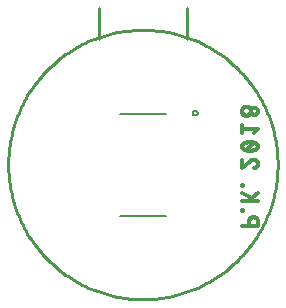
<source format=gbo>
G04 EAGLE Gerber RS-274X export*
G75*
%MOMM*%
%FSLAX34Y34*%
%LPD*%
%INBottom Silkscreen*%
%IPPOS*%
%AMOC8*
5,1,8,0,0,1.08239X$1,22.5*%
G01*
%ADD10C,0.330200*%
%ADD11C,0.250000*%
%ADD12C,0.150000*%
%ADD13C,0.127000*%


D10*
X236347Y88083D02*
X249809Y88083D01*
X249809Y91823D01*
X249807Y91944D01*
X249801Y92065D01*
X249791Y92186D01*
X249778Y92306D01*
X249760Y92426D01*
X249739Y92545D01*
X249713Y92663D01*
X249684Y92781D01*
X249651Y92898D01*
X249615Y93013D01*
X249574Y93127D01*
X249530Y93240D01*
X249482Y93351D01*
X249431Y93461D01*
X249376Y93569D01*
X249318Y93675D01*
X249256Y93779D01*
X249191Y93881D01*
X249123Y93981D01*
X249052Y94079D01*
X248977Y94174D01*
X248899Y94267D01*
X248819Y94358D01*
X248735Y94445D01*
X248649Y94530D01*
X248560Y94612D01*
X248468Y94692D01*
X248374Y94768D01*
X248278Y94841D01*
X248179Y94911D01*
X248078Y94977D01*
X247974Y95041D01*
X247869Y95101D01*
X247762Y95157D01*
X247653Y95210D01*
X247543Y95260D01*
X247431Y95306D01*
X247317Y95348D01*
X247202Y95386D01*
X247086Y95421D01*
X246969Y95452D01*
X246851Y95479D01*
X246733Y95503D01*
X246613Y95522D01*
X246493Y95538D01*
X246372Y95550D01*
X246252Y95558D01*
X246131Y95562D01*
X246009Y95562D01*
X245888Y95558D01*
X245768Y95550D01*
X245647Y95538D01*
X245527Y95522D01*
X245407Y95503D01*
X245289Y95479D01*
X245171Y95452D01*
X245054Y95421D01*
X244938Y95386D01*
X244823Y95348D01*
X244709Y95306D01*
X244597Y95260D01*
X244487Y95210D01*
X244378Y95157D01*
X244271Y95101D01*
X244166Y95041D01*
X244062Y94977D01*
X243961Y94911D01*
X243862Y94841D01*
X243766Y94768D01*
X243672Y94692D01*
X243580Y94612D01*
X243491Y94530D01*
X243405Y94445D01*
X243321Y94358D01*
X243241Y94267D01*
X243163Y94174D01*
X243088Y94079D01*
X243017Y93981D01*
X242949Y93881D01*
X242884Y93779D01*
X242822Y93675D01*
X242764Y93569D01*
X242709Y93461D01*
X242658Y93351D01*
X242610Y93240D01*
X242566Y93127D01*
X242525Y93013D01*
X242489Y92898D01*
X242456Y92781D01*
X242427Y92663D01*
X242401Y92545D01*
X242380Y92426D01*
X242362Y92306D01*
X242349Y92186D01*
X242339Y92065D01*
X242333Y91944D01*
X242331Y91823D01*
X242330Y91823D02*
X242330Y88083D01*
X237095Y100992D02*
X236347Y100992D01*
X237095Y100992D02*
X237095Y101740D01*
X236347Y101740D01*
X236347Y100992D01*
X236347Y108895D02*
X249809Y108895D01*
X249809Y116374D02*
X241582Y108895D01*
X244574Y111887D02*
X236347Y116374D01*
X236347Y121804D02*
X237095Y121804D01*
X237095Y122552D01*
X236347Y122552D01*
X236347Y121804D01*
X249810Y140886D02*
X249808Y141001D01*
X249802Y141116D01*
X249792Y141230D01*
X249779Y141344D01*
X249761Y141458D01*
X249740Y141571D01*
X249714Y141683D01*
X249685Y141794D01*
X249652Y141904D01*
X249616Y142013D01*
X249575Y142121D01*
X249531Y142227D01*
X249484Y142332D01*
X249433Y142435D01*
X249378Y142536D01*
X249320Y142635D01*
X249259Y142732D01*
X249194Y142827D01*
X249126Y142920D01*
X249055Y143010D01*
X248981Y143098D01*
X248904Y143183D01*
X248824Y143266D01*
X248741Y143346D01*
X248656Y143423D01*
X248568Y143497D01*
X248478Y143568D01*
X248385Y143636D01*
X248290Y143701D01*
X248193Y143762D01*
X248094Y143820D01*
X247993Y143875D01*
X247890Y143926D01*
X247785Y143973D01*
X247679Y144017D01*
X247571Y144058D01*
X247462Y144094D01*
X247352Y144127D01*
X247241Y144156D01*
X247129Y144182D01*
X247016Y144203D01*
X246902Y144221D01*
X246788Y144234D01*
X246674Y144244D01*
X246559Y144250D01*
X246444Y144252D01*
X249809Y140886D02*
X249807Y140757D01*
X249801Y140627D01*
X249792Y140498D01*
X249778Y140369D01*
X249761Y140241D01*
X249739Y140113D01*
X249714Y139986D01*
X249686Y139860D01*
X249653Y139735D01*
X249617Y139611D01*
X249577Y139487D01*
X249533Y139366D01*
X249486Y139245D01*
X249435Y139126D01*
X249380Y139009D01*
X249322Y138893D01*
X249261Y138779D01*
X249196Y138667D01*
X249128Y138557D01*
X249057Y138449D01*
X248982Y138343D01*
X248904Y138239D01*
X248823Y138138D01*
X248740Y138039D01*
X248653Y137943D01*
X248564Y137850D01*
X248471Y137759D01*
X248376Y137671D01*
X248279Y137586D01*
X248179Y137504D01*
X248076Y137424D01*
X247971Y137348D01*
X247864Y137276D01*
X247755Y137206D01*
X247644Y137140D01*
X247531Y137077D01*
X247416Y137017D01*
X247299Y136961D01*
X247181Y136908D01*
X247061Y136859D01*
X246940Y136814D01*
X246817Y136772D01*
X243826Y143130D02*
X243908Y143214D01*
X243993Y143294D01*
X244080Y143372D01*
X244170Y143447D01*
X244263Y143520D01*
X244357Y143589D01*
X244454Y143655D01*
X244552Y143718D01*
X244653Y143777D01*
X244756Y143834D01*
X244860Y143887D01*
X244966Y143936D01*
X245074Y143982D01*
X245183Y144025D01*
X245293Y144064D01*
X245405Y144099D01*
X245518Y144131D01*
X245631Y144159D01*
X245746Y144184D01*
X245861Y144205D01*
X245977Y144222D01*
X246093Y144235D01*
X246210Y144244D01*
X246327Y144250D01*
X246444Y144252D01*
X243826Y143130D02*
X236347Y136773D01*
X236347Y144252D01*
X243078Y151638D02*
X243343Y151641D01*
X243607Y151651D01*
X243872Y151666D01*
X244136Y151689D01*
X244399Y151717D01*
X244662Y151752D01*
X244923Y151793D01*
X245184Y151840D01*
X245443Y151893D01*
X245701Y151953D01*
X245958Y152018D01*
X246213Y152090D01*
X246466Y152168D01*
X246717Y152252D01*
X246966Y152342D01*
X247213Y152438D01*
X247458Y152539D01*
X247700Y152647D01*
X247939Y152760D01*
X247939Y152761D02*
X248037Y152796D01*
X248133Y152835D01*
X248228Y152878D01*
X248321Y152925D01*
X248413Y152974D01*
X248502Y153028D01*
X248589Y153084D01*
X248674Y153144D01*
X248757Y153207D01*
X248838Y153273D01*
X248915Y153342D01*
X248991Y153414D01*
X249063Y153488D01*
X249133Y153566D01*
X249199Y153645D01*
X249263Y153728D01*
X249323Y153812D01*
X249381Y153899D01*
X249435Y153988D01*
X249485Y154079D01*
X249532Y154172D01*
X249576Y154266D01*
X249616Y154362D01*
X249652Y154460D01*
X249685Y154558D01*
X249714Y154658D01*
X249739Y154759D01*
X249760Y154861D01*
X249778Y154964D01*
X249791Y155067D01*
X249801Y155170D01*
X249807Y155274D01*
X249809Y155378D01*
X249807Y155482D01*
X249801Y155586D01*
X249791Y155689D01*
X249778Y155792D01*
X249760Y155895D01*
X249739Y155997D01*
X249714Y156098D01*
X249685Y156198D01*
X249652Y156296D01*
X249616Y156394D01*
X249576Y156490D01*
X249532Y156584D01*
X249485Y156677D01*
X249435Y156768D01*
X249381Y156857D01*
X249323Y156944D01*
X249263Y157028D01*
X249199Y157111D01*
X249133Y157191D01*
X249063Y157268D01*
X248991Y157342D01*
X248915Y157414D01*
X248838Y157483D01*
X248757Y157549D01*
X248674Y157612D01*
X248589Y157672D01*
X248502Y157728D01*
X248413Y157782D01*
X248321Y157832D01*
X248228Y157878D01*
X248133Y157921D01*
X248037Y157960D01*
X247939Y157995D01*
X247939Y157996D02*
X247700Y158109D01*
X247458Y158217D01*
X247213Y158318D01*
X246966Y158414D01*
X246717Y158504D01*
X246466Y158588D01*
X246213Y158666D01*
X245958Y158738D01*
X245701Y158803D01*
X245443Y158863D01*
X245184Y158916D01*
X244923Y158963D01*
X244662Y159004D01*
X244399Y159039D01*
X244136Y159067D01*
X243872Y159090D01*
X243608Y159105D01*
X243343Y159115D01*
X243078Y159118D01*
X243078Y151639D02*
X242813Y151642D01*
X242549Y151652D01*
X242284Y151667D01*
X242020Y151690D01*
X241757Y151718D01*
X241494Y151753D01*
X241233Y151794D01*
X240972Y151841D01*
X240713Y151894D01*
X240455Y151954D01*
X240198Y152019D01*
X239943Y152091D01*
X239690Y152169D01*
X239439Y152253D01*
X239190Y152343D01*
X238943Y152439D01*
X238698Y152540D01*
X238456Y152648D01*
X238217Y152761D01*
X238119Y152796D01*
X238023Y152835D01*
X237928Y152878D01*
X237835Y152925D01*
X237743Y152974D01*
X237654Y153028D01*
X237567Y153084D01*
X237482Y153144D01*
X237399Y153207D01*
X237318Y153273D01*
X237241Y153342D01*
X237165Y153414D01*
X237093Y153488D01*
X237023Y153566D01*
X236957Y153645D01*
X236893Y153728D01*
X236833Y153812D01*
X236775Y153899D01*
X236721Y153988D01*
X236671Y154079D01*
X236624Y154172D01*
X236580Y154266D01*
X236540Y154362D01*
X236504Y154460D01*
X236471Y154558D01*
X236442Y154658D01*
X236417Y154759D01*
X236396Y154861D01*
X236378Y154964D01*
X236365Y155067D01*
X236355Y155170D01*
X236349Y155274D01*
X236347Y155378D01*
X238217Y157996D02*
X238456Y158109D01*
X238698Y158217D01*
X238943Y158318D01*
X239190Y158414D01*
X239439Y158504D01*
X239690Y158588D01*
X239943Y158666D01*
X240198Y158738D01*
X240455Y158803D01*
X240713Y158863D01*
X240972Y158916D01*
X241233Y158963D01*
X241494Y159004D01*
X241757Y159039D01*
X242020Y159067D01*
X242284Y159090D01*
X242548Y159105D01*
X242813Y159115D01*
X243078Y159118D01*
X238217Y157995D02*
X238119Y157960D01*
X238023Y157921D01*
X237928Y157878D01*
X237835Y157831D01*
X237743Y157782D01*
X237654Y157728D01*
X237567Y157672D01*
X237482Y157612D01*
X237399Y157549D01*
X237318Y157483D01*
X237241Y157414D01*
X237165Y157342D01*
X237093Y157268D01*
X237023Y157190D01*
X236957Y157111D01*
X236893Y157028D01*
X236833Y156944D01*
X236775Y156857D01*
X236721Y156768D01*
X236671Y156677D01*
X236624Y156584D01*
X236580Y156490D01*
X236540Y156394D01*
X236504Y156296D01*
X236471Y156198D01*
X236442Y156098D01*
X236417Y155997D01*
X236396Y155895D01*
X236378Y155792D01*
X236365Y155689D01*
X236355Y155586D01*
X236349Y155482D01*
X236347Y155378D01*
X239339Y152387D02*
X246817Y158370D01*
X246817Y166504D02*
X249809Y170244D01*
X236347Y170244D01*
X236347Y173983D02*
X236347Y166504D01*
X240086Y181371D02*
X240207Y181373D01*
X240328Y181379D01*
X240449Y181389D01*
X240569Y181402D01*
X240689Y181420D01*
X240808Y181441D01*
X240926Y181467D01*
X241044Y181496D01*
X241161Y181529D01*
X241276Y181565D01*
X241390Y181606D01*
X241503Y181650D01*
X241614Y181698D01*
X241724Y181749D01*
X241832Y181804D01*
X241938Y181862D01*
X242042Y181924D01*
X242144Y181989D01*
X242244Y182057D01*
X242342Y182128D01*
X242437Y182203D01*
X242530Y182281D01*
X242621Y182361D01*
X242708Y182445D01*
X242793Y182531D01*
X242875Y182620D01*
X242955Y182712D01*
X243031Y182806D01*
X243104Y182902D01*
X243174Y183001D01*
X243240Y183102D01*
X243304Y183206D01*
X243364Y183311D01*
X243420Y183418D01*
X243473Y183527D01*
X243523Y183637D01*
X243569Y183749D01*
X243611Y183863D01*
X243649Y183978D01*
X243684Y184094D01*
X243715Y184211D01*
X243742Y184329D01*
X243766Y184447D01*
X243785Y184567D01*
X243801Y184687D01*
X243813Y184808D01*
X243821Y184928D01*
X243825Y185049D01*
X243825Y185171D01*
X243821Y185292D01*
X243813Y185412D01*
X243801Y185533D01*
X243785Y185653D01*
X243766Y185773D01*
X243742Y185891D01*
X243715Y186009D01*
X243684Y186126D01*
X243649Y186242D01*
X243611Y186357D01*
X243569Y186471D01*
X243523Y186583D01*
X243473Y186693D01*
X243420Y186802D01*
X243364Y186909D01*
X243304Y187014D01*
X243240Y187118D01*
X243174Y187219D01*
X243104Y187318D01*
X243031Y187414D01*
X242955Y187508D01*
X242875Y187600D01*
X242793Y187689D01*
X242708Y187775D01*
X242621Y187859D01*
X242530Y187939D01*
X242437Y188017D01*
X242342Y188092D01*
X242244Y188163D01*
X242144Y188231D01*
X242042Y188296D01*
X241938Y188358D01*
X241832Y188416D01*
X241724Y188471D01*
X241614Y188522D01*
X241503Y188570D01*
X241390Y188614D01*
X241276Y188655D01*
X241161Y188691D01*
X241044Y188724D01*
X240926Y188753D01*
X240808Y188779D01*
X240689Y188800D01*
X240569Y188818D01*
X240449Y188831D01*
X240328Y188841D01*
X240207Y188847D01*
X240086Y188849D01*
X239965Y188847D01*
X239844Y188841D01*
X239723Y188831D01*
X239603Y188818D01*
X239483Y188800D01*
X239364Y188779D01*
X239246Y188753D01*
X239128Y188724D01*
X239011Y188691D01*
X238896Y188655D01*
X238782Y188614D01*
X238669Y188570D01*
X238558Y188522D01*
X238448Y188471D01*
X238340Y188416D01*
X238234Y188358D01*
X238130Y188296D01*
X238028Y188231D01*
X237928Y188163D01*
X237830Y188092D01*
X237735Y188017D01*
X237642Y187939D01*
X237551Y187859D01*
X237464Y187775D01*
X237379Y187689D01*
X237297Y187600D01*
X237217Y187508D01*
X237141Y187414D01*
X237068Y187318D01*
X236998Y187219D01*
X236932Y187118D01*
X236868Y187014D01*
X236808Y186909D01*
X236752Y186802D01*
X236699Y186693D01*
X236649Y186583D01*
X236603Y186471D01*
X236561Y186357D01*
X236523Y186242D01*
X236488Y186126D01*
X236457Y186009D01*
X236430Y185891D01*
X236406Y185773D01*
X236387Y185653D01*
X236371Y185533D01*
X236359Y185412D01*
X236351Y185292D01*
X236347Y185171D01*
X236347Y185049D01*
X236351Y184928D01*
X236359Y184808D01*
X236371Y184687D01*
X236387Y184567D01*
X236406Y184447D01*
X236430Y184329D01*
X236457Y184211D01*
X236488Y184094D01*
X236523Y183978D01*
X236561Y183863D01*
X236603Y183749D01*
X236649Y183637D01*
X236699Y183527D01*
X236752Y183418D01*
X236808Y183311D01*
X236868Y183206D01*
X236932Y183102D01*
X236998Y183001D01*
X237068Y182902D01*
X237141Y182806D01*
X237217Y182712D01*
X237297Y182620D01*
X237379Y182531D01*
X237464Y182445D01*
X237551Y182361D01*
X237642Y182281D01*
X237735Y182203D01*
X237830Y182128D01*
X237928Y182057D01*
X238028Y181989D01*
X238130Y181924D01*
X238234Y181862D01*
X238340Y181804D01*
X238448Y181749D01*
X238558Y181698D01*
X238669Y181650D01*
X238782Y181606D01*
X238896Y181565D01*
X239011Y181529D01*
X239128Y181496D01*
X239246Y181467D01*
X239364Y181441D01*
X239483Y181420D01*
X239603Y181402D01*
X239723Y181389D01*
X239844Y181379D01*
X239965Y181373D01*
X240086Y181371D01*
X246817Y182118D02*
X246925Y182120D01*
X247033Y182126D01*
X247140Y182136D01*
X247248Y182149D01*
X247354Y182167D01*
X247460Y182188D01*
X247565Y182213D01*
X247669Y182242D01*
X247772Y182275D01*
X247874Y182311D01*
X247974Y182351D01*
X248073Y182395D01*
X248171Y182442D01*
X248266Y182492D01*
X248360Y182546D01*
X248451Y182604D01*
X248541Y182664D01*
X248628Y182728D01*
X248712Y182795D01*
X248795Y182865D01*
X248875Y182938D01*
X248952Y183014D01*
X249026Y183092D01*
X249097Y183173D01*
X249166Y183257D01*
X249231Y183343D01*
X249293Y183431D01*
X249352Y183521D01*
X249408Y183614D01*
X249460Y183709D01*
X249509Y183805D01*
X249555Y183903D01*
X249596Y184003D01*
X249635Y184104D01*
X249669Y184206D01*
X249700Y184310D01*
X249727Y184414D01*
X249750Y184520D01*
X249770Y184626D01*
X249785Y184733D01*
X249797Y184840D01*
X249805Y184948D01*
X249809Y185056D01*
X249809Y185164D01*
X249805Y185272D01*
X249797Y185380D01*
X249785Y185487D01*
X249770Y185594D01*
X249750Y185700D01*
X249727Y185806D01*
X249700Y185910D01*
X249669Y186014D01*
X249635Y186116D01*
X249596Y186217D01*
X249555Y186317D01*
X249509Y186415D01*
X249460Y186511D01*
X249408Y186606D01*
X249352Y186699D01*
X249293Y186789D01*
X249231Y186877D01*
X249166Y186963D01*
X249097Y187047D01*
X249026Y187128D01*
X248952Y187206D01*
X248875Y187282D01*
X248795Y187355D01*
X248712Y187425D01*
X248628Y187492D01*
X248541Y187556D01*
X248451Y187616D01*
X248360Y187674D01*
X248266Y187728D01*
X248171Y187778D01*
X248073Y187825D01*
X247974Y187869D01*
X247874Y187909D01*
X247772Y187945D01*
X247669Y187978D01*
X247565Y188007D01*
X247460Y188032D01*
X247354Y188053D01*
X247248Y188071D01*
X247140Y188084D01*
X247033Y188094D01*
X246925Y188100D01*
X246817Y188102D01*
X246709Y188100D01*
X246601Y188094D01*
X246494Y188084D01*
X246386Y188071D01*
X246280Y188053D01*
X246174Y188032D01*
X246069Y188007D01*
X245965Y187978D01*
X245862Y187945D01*
X245760Y187909D01*
X245660Y187869D01*
X245561Y187825D01*
X245463Y187778D01*
X245368Y187728D01*
X245274Y187674D01*
X245183Y187616D01*
X245093Y187556D01*
X245006Y187492D01*
X244922Y187425D01*
X244839Y187355D01*
X244759Y187282D01*
X244682Y187206D01*
X244608Y187128D01*
X244537Y187047D01*
X244468Y186963D01*
X244403Y186877D01*
X244341Y186789D01*
X244282Y186699D01*
X244226Y186606D01*
X244174Y186511D01*
X244125Y186415D01*
X244079Y186317D01*
X244038Y186217D01*
X243999Y186116D01*
X243965Y186014D01*
X243934Y185910D01*
X243907Y185806D01*
X243884Y185700D01*
X243864Y185594D01*
X243849Y185487D01*
X243837Y185380D01*
X243829Y185272D01*
X243825Y185164D01*
X243825Y185056D01*
X243829Y184948D01*
X243837Y184840D01*
X243849Y184733D01*
X243864Y184626D01*
X243884Y184520D01*
X243907Y184414D01*
X243934Y184310D01*
X243965Y184206D01*
X243999Y184104D01*
X244038Y184003D01*
X244079Y183903D01*
X244125Y183805D01*
X244174Y183709D01*
X244226Y183614D01*
X244282Y183521D01*
X244341Y183431D01*
X244403Y183343D01*
X244468Y183257D01*
X244537Y183173D01*
X244608Y183092D01*
X244682Y183014D01*
X244759Y182938D01*
X244839Y182865D01*
X244922Y182795D01*
X245006Y182728D01*
X245093Y182664D01*
X245183Y182604D01*
X245274Y182546D01*
X245368Y182492D01*
X245463Y182442D01*
X245561Y182395D01*
X245660Y182351D01*
X245760Y182311D01*
X245862Y182275D01*
X245965Y182242D01*
X246069Y182213D01*
X246174Y182188D01*
X246280Y182167D01*
X246386Y182149D01*
X246494Y182136D01*
X246601Y182126D01*
X246709Y182120D01*
X246817Y182118D01*
D11*
X38400Y140100D02*
X38434Y142898D01*
X38537Y145694D01*
X38709Y148486D01*
X38949Y151274D01*
X39257Y154055D01*
X39634Y156827D01*
X40078Y159590D01*
X40590Y162340D01*
X41170Y165078D01*
X41816Y167800D01*
X42530Y170505D01*
X43309Y173192D01*
X44154Y175860D01*
X45064Y178505D01*
X46039Y181128D01*
X47078Y183726D01*
X48180Y186298D01*
X49345Y188841D01*
X50572Y191356D01*
X51861Y193839D01*
X53210Y196290D01*
X54619Y198708D01*
X56087Y201090D01*
X57612Y203435D01*
X59195Y205742D01*
X60834Y208010D01*
X62529Y210236D01*
X64277Y212421D01*
X66078Y214562D01*
X67932Y216658D01*
X69836Y218708D01*
X71790Y220710D01*
X73792Y222664D01*
X75842Y224568D01*
X77938Y226422D01*
X80079Y228223D01*
X82264Y229971D01*
X84490Y231666D01*
X86758Y233305D01*
X89065Y234888D01*
X91410Y236413D01*
X93792Y237881D01*
X96210Y239290D01*
X98661Y240639D01*
X101144Y241928D01*
X103659Y243155D01*
X106202Y244320D01*
X108774Y245422D01*
X111372Y246461D01*
X113995Y247436D01*
X116640Y248346D01*
X119308Y249191D01*
X121995Y249970D01*
X124700Y250684D01*
X127422Y251330D01*
X130160Y251910D01*
X132910Y252422D01*
X135673Y252866D01*
X138445Y253243D01*
X141226Y253551D01*
X144014Y253791D01*
X146806Y253963D01*
X149602Y254066D01*
X152400Y254100D01*
X155198Y254066D01*
X157994Y253963D01*
X160786Y253791D01*
X163574Y253551D01*
X166355Y253243D01*
X169127Y252866D01*
X171890Y252422D01*
X174640Y251910D01*
X177378Y251330D01*
X180100Y250684D01*
X182805Y249970D01*
X185492Y249191D01*
X188160Y248346D01*
X190805Y247436D01*
X193428Y246461D01*
X196026Y245422D01*
X198598Y244320D01*
X201141Y243155D01*
X203656Y241928D01*
X206139Y240639D01*
X208590Y239290D01*
X211008Y237881D01*
X213390Y236413D01*
X215735Y234888D01*
X218042Y233305D01*
X220310Y231666D01*
X222536Y229971D01*
X224721Y228223D01*
X226862Y226422D01*
X228958Y224568D01*
X231008Y222664D01*
X233010Y220710D01*
X234964Y218708D01*
X236868Y216658D01*
X238722Y214562D01*
X240523Y212421D01*
X242271Y210236D01*
X243966Y208010D01*
X245605Y205742D01*
X247188Y203435D01*
X248713Y201090D01*
X250181Y198708D01*
X251590Y196290D01*
X252939Y193839D01*
X254228Y191356D01*
X255455Y188841D01*
X256620Y186298D01*
X257722Y183726D01*
X258761Y181128D01*
X259736Y178505D01*
X260646Y175860D01*
X261491Y173192D01*
X262270Y170505D01*
X262984Y167800D01*
X263630Y165078D01*
X264210Y162340D01*
X264722Y159590D01*
X265166Y156827D01*
X265543Y154055D01*
X265851Y151274D01*
X266091Y148486D01*
X266263Y145694D01*
X266366Y142898D01*
X266400Y140100D01*
X266366Y137302D01*
X266263Y134506D01*
X266091Y131714D01*
X265851Y128926D01*
X265543Y126145D01*
X265166Y123373D01*
X264722Y120610D01*
X264210Y117860D01*
X263630Y115122D01*
X262984Y112400D01*
X262270Y109695D01*
X261491Y107008D01*
X260646Y104340D01*
X259736Y101695D01*
X258761Y99072D01*
X257722Y96474D01*
X256620Y93902D01*
X255455Y91359D01*
X254228Y88844D01*
X252939Y86361D01*
X251590Y83910D01*
X250181Y81492D01*
X248713Y79110D01*
X247188Y76765D01*
X245605Y74458D01*
X243966Y72190D01*
X242271Y69964D01*
X240523Y67779D01*
X238722Y65638D01*
X236868Y63542D01*
X234964Y61492D01*
X233010Y59490D01*
X231008Y57536D01*
X228958Y55632D01*
X226862Y53778D01*
X224721Y51977D01*
X222536Y50229D01*
X220310Y48534D01*
X218042Y46895D01*
X215735Y45312D01*
X213390Y43787D01*
X211008Y42319D01*
X208590Y40910D01*
X206139Y39561D01*
X203656Y38272D01*
X201141Y37045D01*
X198598Y35880D01*
X196026Y34778D01*
X193428Y33739D01*
X190805Y32764D01*
X188160Y31854D01*
X185492Y31009D01*
X182805Y30230D01*
X180100Y29516D01*
X177378Y28870D01*
X174640Y28290D01*
X171890Y27778D01*
X169127Y27334D01*
X166355Y26957D01*
X163574Y26649D01*
X160786Y26409D01*
X157994Y26237D01*
X155198Y26134D01*
X152400Y26100D01*
X149602Y26134D01*
X146806Y26237D01*
X144014Y26409D01*
X141226Y26649D01*
X138445Y26957D01*
X135673Y27334D01*
X132910Y27778D01*
X130160Y28290D01*
X127422Y28870D01*
X124700Y29516D01*
X121995Y30230D01*
X119308Y31009D01*
X116640Y31854D01*
X113995Y32764D01*
X111372Y33739D01*
X108774Y34778D01*
X106202Y35880D01*
X103659Y37045D01*
X101144Y38272D01*
X98661Y39561D01*
X96210Y40910D01*
X93792Y42319D01*
X91410Y43787D01*
X89065Y45312D01*
X86758Y46895D01*
X84490Y48534D01*
X82264Y50229D01*
X80079Y51977D01*
X77938Y53778D01*
X75842Y55632D01*
X73792Y57536D01*
X71790Y59490D01*
X69836Y61492D01*
X67932Y63542D01*
X66078Y65638D01*
X64277Y67779D01*
X62529Y69964D01*
X60834Y72190D01*
X59195Y74458D01*
X57612Y76765D01*
X56087Y79110D01*
X54619Y81492D01*
X53210Y83910D01*
X51861Y86361D01*
X50572Y88844D01*
X49345Y91359D01*
X48180Y93902D01*
X47078Y96474D01*
X46039Y99072D01*
X45064Y101695D01*
X44154Y104340D01*
X43309Y107008D01*
X42530Y109695D01*
X41816Y112400D01*
X41170Y115122D01*
X40590Y117860D01*
X40078Y120610D01*
X39634Y123373D01*
X39257Y126145D01*
X38949Y128926D01*
X38709Y131714D01*
X38537Y134506D01*
X38434Y137302D01*
X38400Y140100D01*
X189900Y246100D02*
X189900Y272350D01*
X114900Y272350D02*
X114900Y246100D01*
D12*
X194700Y183700D02*
X194702Y183789D01*
X194708Y183878D01*
X194718Y183967D01*
X194732Y184055D01*
X194749Y184142D01*
X194771Y184228D01*
X194797Y184314D01*
X194826Y184398D01*
X194859Y184481D01*
X194895Y184562D01*
X194936Y184642D01*
X194979Y184719D01*
X195026Y184795D01*
X195077Y184868D01*
X195130Y184939D01*
X195187Y185008D01*
X195247Y185074D01*
X195310Y185138D01*
X195375Y185198D01*
X195443Y185256D01*
X195514Y185310D01*
X195587Y185361D01*
X195662Y185409D01*
X195739Y185454D01*
X195818Y185495D01*
X195899Y185532D01*
X195981Y185566D01*
X196065Y185597D01*
X196150Y185623D01*
X196236Y185646D01*
X196323Y185664D01*
X196411Y185679D01*
X196500Y185690D01*
X196589Y185697D01*
X196678Y185700D01*
X196767Y185699D01*
X196856Y185694D01*
X196944Y185685D01*
X197033Y185672D01*
X197120Y185655D01*
X197207Y185635D01*
X197293Y185610D01*
X197377Y185582D01*
X197460Y185550D01*
X197542Y185514D01*
X197622Y185475D01*
X197700Y185432D01*
X197776Y185386D01*
X197850Y185336D01*
X197922Y185283D01*
X197991Y185227D01*
X198058Y185168D01*
X198122Y185106D01*
X198183Y185042D01*
X198242Y184974D01*
X198297Y184904D01*
X198349Y184832D01*
X198398Y184757D01*
X198443Y184681D01*
X198485Y184602D01*
X198523Y184522D01*
X198558Y184440D01*
X198589Y184356D01*
X198617Y184271D01*
X198640Y184185D01*
X198660Y184098D01*
X198676Y184011D01*
X198688Y183922D01*
X198696Y183834D01*
X198700Y183745D01*
X198700Y183655D01*
X198696Y183566D01*
X198688Y183478D01*
X198676Y183389D01*
X198660Y183302D01*
X198640Y183215D01*
X198617Y183129D01*
X198589Y183044D01*
X198558Y182960D01*
X198523Y182878D01*
X198485Y182798D01*
X198443Y182719D01*
X198398Y182643D01*
X198349Y182568D01*
X198297Y182496D01*
X198242Y182426D01*
X198183Y182358D01*
X198122Y182294D01*
X198058Y182232D01*
X197991Y182173D01*
X197922Y182117D01*
X197850Y182064D01*
X197776Y182014D01*
X197700Y181968D01*
X197622Y181925D01*
X197542Y181886D01*
X197460Y181850D01*
X197377Y181818D01*
X197293Y181790D01*
X197207Y181765D01*
X197120Y181745D01*
X197033Y181728D01*
X196944Y181715D01*
X196856Y181706D01*
X196767Y181701D01*
X196678Y181700D01*
X196589Y181703D01*
X196500Y181710D01*
X196411Y181721D01*
X196323Y181736D01*
X196236Y181754D01*
X196150Y181777D01*
X196065Y181803D01*
X195981Y181834D01*
X195899Y181868D01*
X195818Y181905D01*
X195739Y181946D01*
X195662Y181991D01*
X195587Y182039D01*
X195514Y182090D01*
X195443Y182144D01*
X195375Y182202D01*
X195310Y182262D01*
X195247Y182326D01*
X195187Y182392D01*
X195130Y182461D01*
X195077Y182532D01*
X195026Y182605D01*
X194979Y182681D01*
X194936Y182758D01*
X194895Y182838D01*
X194859Y182919D01*
X194826Y183002D01*
X194797Y183086D01*
X194771Y183172D01*
X194749Y183258D01*
X194732Y183345D01*
X194718Y183433D01*
X194708Y183522D01*
X194702Y183611D01*
X194700Y183700D01*
D13*
X171900Y182950D02*
X132900Y182950D01*
X132900Y96450D02*
X171900Y96450D01*
M02*

</source>
